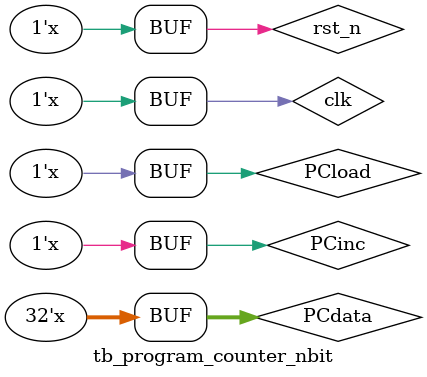
<source format=v>
`timescale 1ns / 1ps


module tb_program_counter_nbit; //Å×½ºÆ®º¥Ä¡ ¼±¾ð

reg clk, rst_n; //1bit input
reg [N-1:0] PCdata; //Nbit input
reg PCload, PCinc; //1bit input
wire [N-1:0] PCout; //Nbit output

parameter N = 32; //N°ªÀ» ¼³Á¤ÇÏ´Â ÆÄ¶ó¹ÌÅÍ

initial begin //ÃÊ±â°ª ¼±¾ð
    rst_n <= 1'b0; //rst_nÀ» ÅëÇØ ÃÊ±â°ªÀ» 0À¸·Î ¼³Á¤
    clk <= 1'b1;
    PCload <= 1'b1;
    PCinc <= 1'b1;
    PCdata <= 0;
    #5 rst_n <= 1'b1; PCload <= 1'b0;//5ns ÈÄ rst_n, PCload °ª º¯°æ
end

always #5 clk <= ~clk; //5ns¸¶´Ù clk °ª ¹ÝÀü
always #50 rst_n <= ~rst_n; //50ns¸¶´Ù rst_n °ª ¹ÝÀü
always #30 PCload <= ~PCload; //30ns¸¶´Ù PCload °ª ¹ÝÀü
always #15 PCinc <= ~PCinc; //15ns¸¶´Ù PCinc °ª ¹ÝÀü
always #20 PCdata <= PCdata + 1;

//½Ã¹Ä·¹ÀÌ¼ÇÀ» À§ÇØ program_counter_nbit·Î °ª Àü´Þ
program_counter_nbit PC(clk, rst_n, PCdata, PCload, PCinc, PCout);

endmodule

</source>
